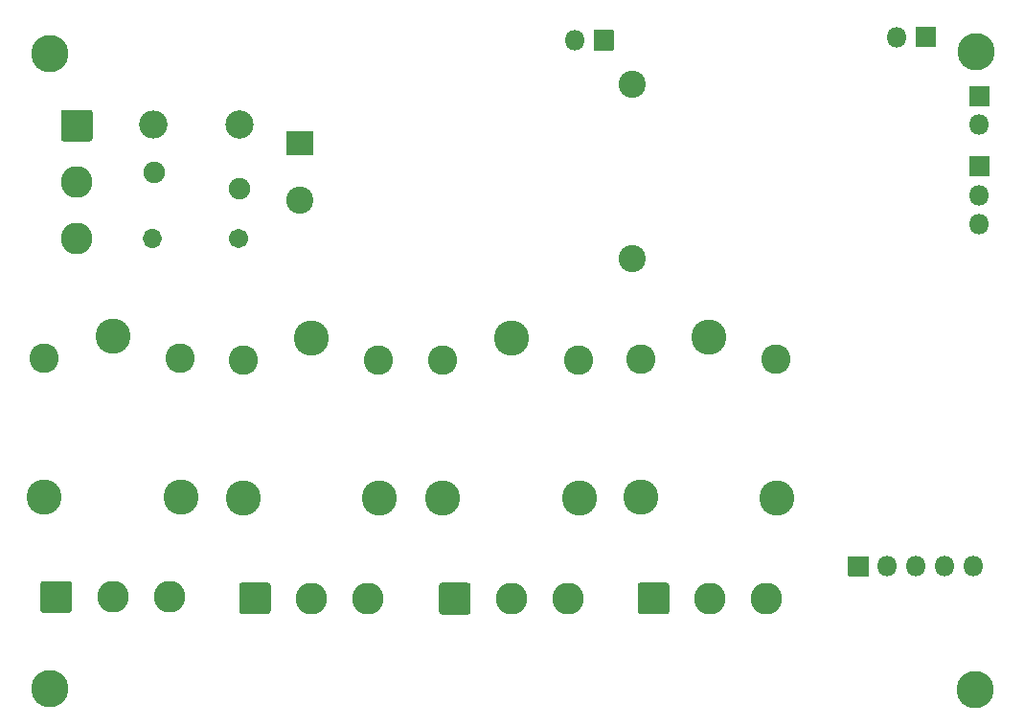
<source format=gbr>
G04 #@! TF.GenerationSoftware,KiCad,Pcbnew,5.99.0-unknown-ae852e1~101~ubuntu18.04.1*
G04 #@! TF.CreationDate,2020-06-05T15:51:04+02:00*
G04 #@! TF.ProjectId,esp_blind,6573705f-626c-4696-9e64-2e6b69636164,rev?*
G04 #@! TF.SameCoordinates,Original*
G04 #@! TF.FileFunction,Soldermask,Bot*
G04 #@! TF.FilePolarity,Negative*
%FSLAX46Y46*%
G04 Gerber Fmt 4.6, Leading zero omitted, Abs format (unit mm)*
G04 Created by KiCad (PCBNEW 5.99.0-unknown-ae852e1~101~ubuntu18.04.1) date 2020-06-05 15:51:04*
%MOMM*%
%LPD*%
G01*
G04 APERTURE LIST*
%ADD10O,2.502000X2.502000*%
%ADD11C,2.502000*%
%ADD12C,3.302000*%
%ADD13O,1.802000X1.802000*%
%ADD14O,1.702000X1.702000*%
%ADD15C,1.702000*%
%ADD16C,1.902000*%
%ADD17C,2.402000*%
%ADD18C,3.102000*%
%ADD19C,2.602000*%
%ADD20C,2.802000*%
G04 APERTURE END LIST*
D10*
X116598700Y-76657200D03*
D11*
X124218700Y-76657200D03*
D12*
X107442000Y-126568200D03*
X189268100Y-126682500D03*
X189369700Y-70269100D03*
X107492800Y-70396100D03*
D13*
X189103000Y-115747800D03*
X186563000Y-115747800D03*
X184023000Y-115747800D03*
X181483000Y-115747800D03*
G36*
G01*
X179793000Y-116648800D02*
X178093000Y-116648800D01*
G75*
G02*
X178042000Y-116597800I0J51000D01*
G01*
X178042000Y-114897800D01*
G75*
G02*
X178093000Y-114846800I51000J0D01*
G01*
X179793000Y-114846800D01*
G75*
G02*
X179844000Y-114897800I0J-51000D01*
G01*
X179844000Y-116597800D01*
G75*
G02*
X179793000Y-116648800I-51000J0D01*
G01*
G37*
X153898600Y-69240400D03*
G36*
G01*
X155588600Y-68339400D02*
X157288600Y-68339400D01*
G75*
G02*
X157339600Y-68390400I0J-51000D01*
G01*
X157339600Y-70090400D01*
G75*
G02*
X157288600Y-70141400I-51000J0D01*
G01*
X155588600Y-70141400D01*
G75*
G02*
X155537600Y-70090400I0J51000D01*
G01*
X155537600Y-68390400D01*
G75*
G02*
X155588600Y-68339400I51000J0D01*
G01*
G37*
X189623700Y-76720700D03*
G36*
G01*
X188722700Y-75030700D02*
X188722700Y-73330700D01*
G75*
G02*
X188773700Y-73279700I51000J0D01*
G01*
X190473700Y-73279700D01*
G75*
G02*
X190524700Y-73330700I0J-51000D01*
G01*
X190524700Y-75030700D01*
G75*
G02*
X190473700Y-75081700I-51000J0D01*
G01*
X188773700Y-75081700D01*
G75*
G02*
X188722700Y-75030700I0J51000D01*
G01*
G37*
X182346600Y-68961000D03*
G36*
G01*
X184036600Y-68060000D02*
X185736600Y-68060000D01*
G75*
G02*
X185787600Y-68111000I0J-51000D01*
G01*
X185787600Y-69811000D01*
G75*
G02*
X185736600Y-69862000I-51000J0D01*
G01*
X184036600Y-69862000D01*
G75*
G02*
X183985600Y-69811000I0J51000D01*
G01*
X183985600Y-68111000D01*
G75*
G02*
X184036600Y-68060000I51000J0D01*
G01*
G37*
X189623700Y-85458300D03*
X189623700Y-82918300D03*
G36*
G01*
X188722700Y-81228300D02*
X188722700Y-79528300D01*
G75*
G02*
X188773700Y-79477300I51000J0D01*
G01*
X190473700Y-79477300D01*
G75*
G02*
X190524700Y-79528300I0J-51000D01*
G01*
X190524700Y-81228300D01*
G75*
G02*
X190473700Y-81279300I-51000J0D01*
G01*
X188773700Y-81279300D01*
G75*
G02*
X188722700Y-81228300I0J51000D01*
G01*
G37*
D14*
X116560600Y-86741000D03*
D15*
X124180600Y-86741000D03*
D16*
X124213000Y-82324400D03*
X116713000Y-80924400D03*
D17*
X158954500Y-88553300D03*
X129554500Y-83353300D03*
G36*
G01*
X128353500Y-79353300D02*
X128353500Y-77353300D01*
G75*
G02*
X128404500Y-77302300I51000J0D01*
G01*
X130704500Y-77302300D01*
G75*
G02*
X130755500Y-77353300I0J-51000D01*
G01*
X130755500Y-79353300D01*
G75*
G02*
X130704500Y-79404300I-51000J0D01*
G01*
X128404500Y-79404300D01*
G75*
G02*
X128353500Y-79353300I0J51000D01*
G01*
G37*
X158954500Y-73153300D03*
D18*
X165747700Y-95504000D03*
D19*
X171697700Y-97454000D03*
D18*
X171747700Y-109704000D03*
X159697700Y-109654000D03*
D19*
X159697700Y-97454000D03*
D18*
X148264600Y-95539900D03*
D19*
X154214600Y-97489900D03*
D18*
X154264600Y-109739900D03*
X142214600Y-109689900D03*
D19*
X142214600Y-97489900D03*
D18*
X130606800Y-95542100D03*
D19*
X136556800Y-97492100D03*
D18*
X136606800Y-109742100D03*
X124556800Y-109692100D03*
D19*
X124556800Y-97492100D03*
D18*
X113055400Y-95440500D03*
D19*
X119005400Y-97390500D03*
D18*
X119055400Y-109640500D03*
X107005400Y-109590500D03*
D19*
X107005400Y-97390500D03*
D20*
X109855000Y-86784200D03*
X109855000Y-81784200D03*
G36*
G01*
X108713445Y-75383200D02*
X110996555Y-75383200D01*
G75*
G02*
X111256000Y-75642645I0J-259445D01*
G01*
X111256000Y-77925755D01*
G75*
G02*
X110996555Y-78185200I-259445J0D01*
G01*
X108713445Y-78185200D01*
G75*
G02*
X108454000Y-77925755I0J259445D01*
G01*
X108454000Y-75642645D01*
G75*
G02*
X108713445Y-75383200I259445J0D01*
G01*
G37*
X170832800Y-118579900D03*
X165832800Y-118579900D03*
G36*
G01*
X159431800Y-119721455D02*
X159431800Y-117438345D01*
G75*
G02*
X159691245Y-117178900I259445J0D01*
G01*
X161974355Y-117178900D01*
G75*
G02*
X162233800Y-117438345I0J-259445D01*
G01*
X162233800Y-119721455D01*
G75*
G02*
X161974355Y-119980900I-259445J0D01*
G01*
X159691245Y-119980900D01*
G75*
G02*
X159431800Y-119721455I0J259445D01*
G01*
G37*
X153281400Y-118605300D03*
X148281400Y-118605300D03*
G36*
G01*
X141880400Y-119746855D02*
X141880400Y-117463745D01*
G75*
G02*
X142139845Y-117204300I259445J0D01*
G01*
X144422955Y-117204300D01*
G75*
G02*
X144682400Y-117463745I0J-259445D01*
G01*
X144682400Y-119746855D01*
G75*
G02*
X144422955Y-120006300I-259445J0D01*
G01*
X142139845Y-120006300D01*
G75*
G02*
X141880400Y-119746855I0J259445D01*
G01*
G37*
X135603000Y-118579900D03*
X130603000Y-118579900D03*
G36*
G01*
X124202000Y-119721455D02*
X124202000Y-117438345D01*
G75*
G02*
X124461445Y-117178900I259445J0D01*
G01*
X126744555Y-117178900D01*
G75*
G02*
X127004000Y-117438345I0J-259445D01*
G01*
X127004000Y-119721455D01*
G75*
G02*
X126744555Y-119980900I-259445J0D01*
G01*
X124461445Y-119980900D01*
G75*
G02*
X124202000Y-119721455I0J259445D01*
G01*
G37*
X118033800Y-118465600D03*
X113033800Y-118465600D03*
G36*
G01*
X106632800Y-119607155D02*
X106632800Y-117324045D01*
G75*
G02*
X106892245Y-117064600I259445J0D01*
G01*
X109175355Y-117064600D01*
G75*
G02*
X109434800Y-117324045I0J-259445D01*
G01*
X109434800Y-119607155D01*
G75*
G02*
X109175355Y-119866600I-259445J0D01*
G01*
X106892245Y-119866600D01*
G75*
G02*
X106632800Y-119607155I0J259445D01*
G01*
G37*
M02*

</source>
